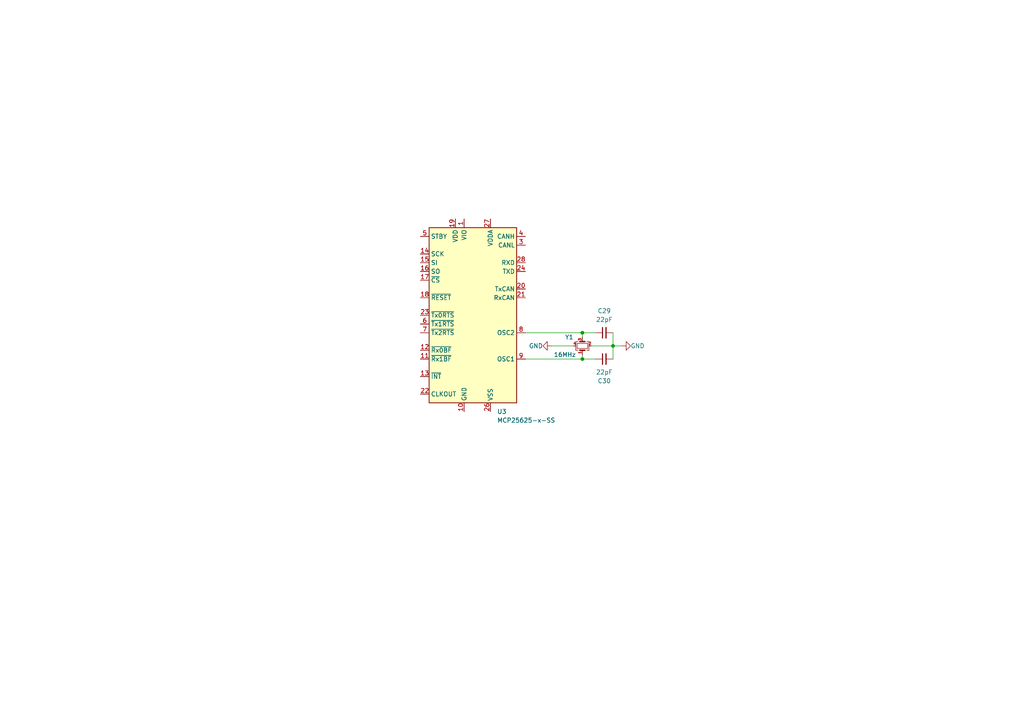
<source format=kicad_sch>
(kicad_sch (version 20230121) (generator eeschema)
  (paper "A4")
  (lib_symbols
    (symbol "Device:C_Small" (pin_numbers hide) (pin_names (offset 0.254) hide)
      (property "Reference" "C" (at 0.254 1.778 0))
      (property "Value" "C_Small" (at 0.254 -2.032 0))
      (symbol "C_Small_0_1"
        (polyline (pts (xy -1.524 -0.508) (xy 1.524 -0.508)) (stroke (width 0.3302)))
        (polyline (pts (xy -1.524 0.508) (xy 1.524 0.508)) (stroke (width 0.3048)))
      )
      (symbol "C_Small_1_1"
        (pin passive line (at 0 2.54 270) (length 2.032) (name "~") (number "1"))
        (pin passive line (at 0 -2.54 90) (length 2.032) (name "~") (number "2"))
      )
    )
    (symbol "Device:Crystal_GND24_Small" (pin_names (offset 1.016) hide)
      (property "Reference" "Y" (at 1.27 4.445 0))
      (property "Value" "Crystal_GND24_Small" (at 1.27 2.54 0))
      (symbol "Crystal_GND24_Small_0_1"
        (rectangle (start -0.762 -1.524) (end 0.762 1.524))
        (polyline (pts (xy -1.27 -0.762) (xy -1.27 0.762)) (stroke (width 0.381)))
        (polyline (pts (xy 1.27 -0.762) (xy 1.27 0.762)) (stroke (width 0.381)))
        (polyline (pts (xy -1.27 -1.27) (xy -1.27 -1.905) (xy 1.27 -1.905) (xy 1.27 -1.27)))
        (polyline (pts (xy -1.27 1.27) (xy -1.27 1.905) (xy 1.27 1.905) (xy 1.27 1.27)))
      )
      (symbol "Crystal_GND24_Small_1_1"
        (pin passive line (at -2.54 0 0) (length 1.27) (name "1") (number "1"))
        (pin passive line (at 0 -2.54 90) (length 0.635) (name "2") (number "2"))
        (pin passive line (at 2.54 0 180) (length 1.27) (name "3") (number "3"))
        (pin passive line (at 0 2.54 270) (length 0.635) (name "4") (number "4"))
      )
    )
    (symbol "Interface_CAN_LIN:MCP25625-x-SS"
      (property "Reference" "U" (at -11.43 26.67 0))
      (property "Value" "MCP25625-x-SS" (at 15.24 26.67 0))
      (symbol "MCP25625-x-SS_0_1"
        (rectangle (start -12.7 25.4) (end 12.7 -25.4) (stroke (width 0.254)) (fill (type background)))
      )
      (symbol "MCP25625-x-SS_1_1"
        (pin power_in line (at -2.54 27.94 270) (length 2.54) (name "VIO") (number "1"))
        (pin power_in line (at -2.54 -27.94 90) (length 2.54) (name "GND") (number "10"))
        (pin output line (at -15.24 -12.7 0) (length 2.54) (name "~{Rx1BF}") (number "11"))
        (pin output line (at -15.24 -10.16 0) (length 2.54) (name "~{Rx0BF}") (number "12"))
        (pin output line (at -15.24 -17.78 0) (length 2.54) (name "~{INT}") (number "13"))
        (pin input line (at -15.24 17.78 0) (length 2.54) (name "SCK") (number "14"))
        (pin input line (at -15.24 15.24 0) (length 2.54) (name "SI") (number "15"))
        (pin output line (at -15.24 12.7 0) (length 2.54) (name "SO") (number "16"))
        (pin input line (at -15.24 10.16 0) (length 2.54) (name "~{CS}") (number "17"))
        (pin input line (at -15.24 5.08 0) (length 2.54) (name "~{RESET}") (number "18"))
        (pin power_in line (at -5.08 27.94 270) (length 2.54) (name "VDD") (number "19"))
        (pin no_connect line (at 12.7 -15.24 180) (length 2.54) hide (name "NC") (number "2"))
        (pin output line (at 15.24 7.62 180) (length 2.54) (name "TxCAN") (number "20"))
        (pin input line (at 15.24 5.08 180) (length 2.54) (name "RxCAN") (number "21"))
        (pin output line (at -15.24 -22.86 0) (length 2.54) (name "CLKOUT") (number "22"))
        (pin input line (at -15.24 0 0) (length 2.54) (name "~{Tx0RTS}") (number "23"))
        (pin input line (at 15.24 12.7 180) (length 2.54) (name "TXD") (number "24"))
        (pin no_connect line (at 12.7 -17.78 180) (length 2.54) hide (name "NC") (number "25"))
        (pin power_in line (at 5.08 -27.94 90) (length 2.54) (name "VSS") (number "26"))
        (pin power_in line (at 5.08 27.94 270) (length 2.54) (name "VDDA") (number "27"))
        (pin output line (at 15.24 15.24 180) (length 2.54) (name "RXD") (number "28"))
        (pin bidirectional line (at 15.24 20.32 180) (length 2.54) (name "CANL") (number "3"))
        (pin bidirectional line (at 15.24 22.86 180) (length 2.54) (name "CANH") (number "4"))
        (pin input line (at -15.24 22.86 0) (length 2.54) (name "STBY") (number "5"))
        (pin input line (at -15.24 -2.54 0) (length 2.54) (name "~{Tx1RTS}") (number "6"))
        (pin input line (at -15.24 -5.08 0) (length 2.54) (name "~{Tx2RTS}") (number "7"))
        (pin output line (at 15.24 -5.08 180) (length 2.54) (name "OSC2") (number "8"))
        (pin input line (at 15.24 -12.7 180) (length 2.54) (name "OSC1") (number "9"))
      )
    )
    (symbol "power:GND" (power) (pin_names (offset 0))
      (property "Value" "GND" (at 0 -3.81 0))
      (symbol "GND_0_1"
        (polyline (pts (xy 0 0) (xy 0 -1.27) (xy 1.27 -1.27) (xy 0 -2.54) (xy -1.27 -1.27) (xy 0 -1.27)))
      )
      (symbol "GND_1_1"
        (pin power_in line (at 0 0 270) (length 0) hide (name "GND") (number "1"))
      )
    )
  )
  (junction (at 177.8 100.33))
  (junction (at 168.91 104.14))
  (junction (at 168.91 96.52))
  (wire (pts (xy 177.8 100.33) (xy 180.34 100.33)))
  (wire (pts (xy 172.72 96.52) (xy 168.91 96.52)))
  (wire (pts (xy 152.4 104.14) (xy 168.91 104.14)))
  (wire (pts (xy 160.02 100.33) (xy 166.37 100.33)))
  (wire (pts (xy 177.8 96.52) (xy 177.8 100.33)))
  (wire (pts (xy 177.8 100.33) (xy 177.8 104.14)))
  (wire (pts (xy 171.45 100.33) (xy 177.8 100.33)))
  (wire (pts (xy 168.91 96.52) (xy 168.91 97.79)))
  (wire (pts (xy 172.72 104.14) (xy 168.91 104.14)))
  (wire (pts (xy 152.4 96.52) (xy 168.91 96.52)))
  (wire (pts (xy 168.91 104.14) (xy 168.91 102.87)))
  (symbol (lib_id "Interface_CAN_LIN:MCP25625-x-SS") (at 137.16 91.44 0) (unit 1)
    (property "Reference" "U3" (at 144.1959 119.38 0) (effects (justify left)))
    (property "Value" "MCP25625-x-SS" (at 144.1959 121.92 0) (effects (justify left)))
    (property "Footprint" "Package_SO:SSOP-28_5.3x10.2mm_P0.65mm" (effects hide))
    (property "Datasheet" "http://ww1.microchip.com/downloads/en/DeviceDoc/20005282B.pdf" (effects hide))
  )
  (symbol (lib_id "Device:C_Small") (at 175.26 104.14 90) (mirror x) (unit 1)
    (property "Reference" "C30" (at 175.2663 110.49 90))
    (property "Value" "22pF" (at 175.2663 107.95 90))
  )
  (symbol (lib_id "Device:Crystal_GND24_Small") (at 168.91 100.33 90) (unit 1)
    (property "Reference" "Y1" (at 165.1 97.79 90))
    (property "Value" "16MHz" (at 163.83 102.87 90))
  )
  (symbol (lib_id "power:GND") (at 160.02 100.33 270) (unit 1)
    (property "Reference" "#PWR039" (effects hide))
    (property "Value" "GND" (at 157.48 100.33 90) (effects (justify right)))
  )
  (symbol (lib_id "Device:C_Small") (at 175.26 96.52 90) (unit 1)
    (property "Reference" "C29" (at 175.2663 90.17 90))
    (property "Value" "22pF" (at 175.2663 92.71 90))
  )
  (symbol (lib_id "power:GND") (at 180.34 100.33 90) (mirror x) (unit 1)
    (property "Reference" "#PWR040" (effects hide))
    (property "Value" "GND" (at 182.88 100.33 90) (effects (justify right)))
  )
)
</source>
